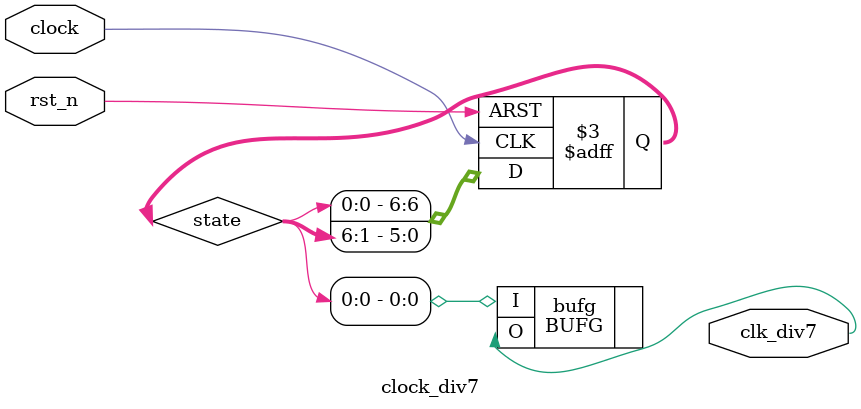
<source format=v>
`timescale 1ns / 1ps
module clock_div7(
           output clk_div7,
           input clock,
           input rst_n
       );

reg [6:0] state;

always @(posedge clock or negedge rst_n) begin
    if(!rst_n)
        state <= 7'b0000001;
    else
        state <= {state[0], state[6:1]};
end

BUFG bufg(.O(clk_div7), .I(state[0]));

endmodule

</source>
